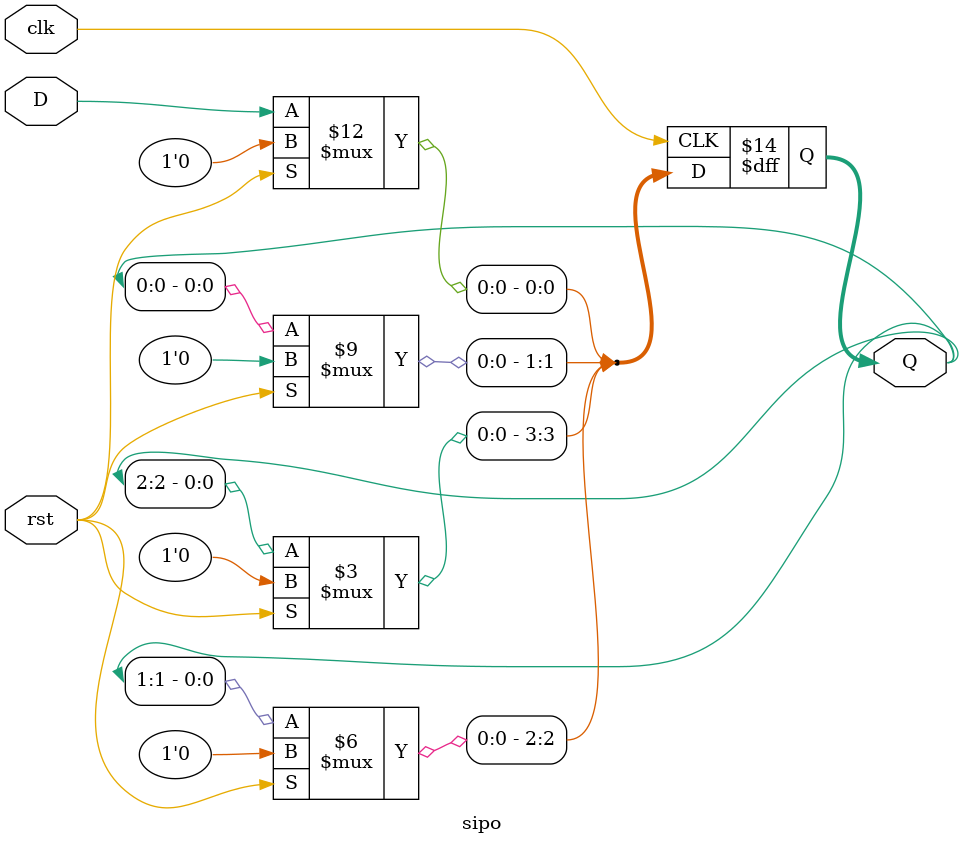
<source format=v>
`timescale 1ns / 1ps


module sipo(input clk,
   input D,
   input rst,
   output reg [3:0] Q
);
always @(posedge clk) begin
   if (rst) begin
       Q <= 4'b0000;  // Reset all outputs to 0
   end else begin
       Q[0] <= D;      // Shift in the new input bit directly to the LSB
       Q[1] <= Q[0];   // Shift existing bits to the right
       Q[2] <= Q[1];
       Q[3] <= Q[2];
   end
end
endmodule


</source>
